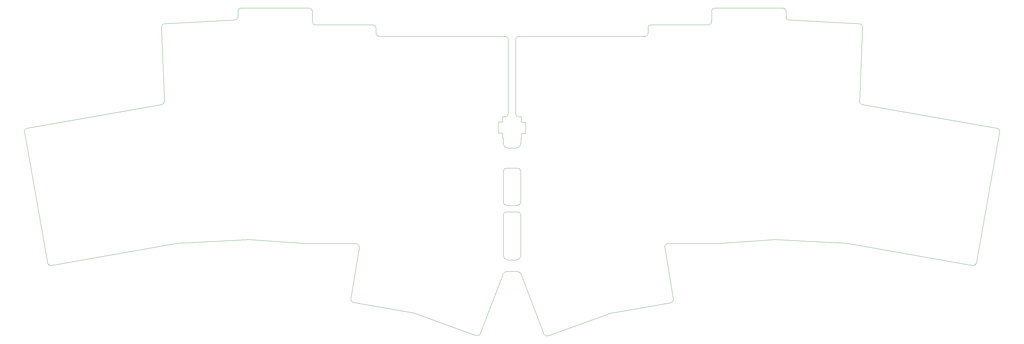
<source format=gm1>
%TF.GenerationSoftware,KiCad,Pcbnew,9.0.7-1.fc43*%
%TF.CreationDate,2026-02-09T10:12:16+11:00*%
%TF.ProjectId,keyboard-split-splay-5x3+2-pinky-cluster,6b657962-6f61-4726-942d-73706c69742d,rev?*%
%TF.SameCoordinates,Original*%
%TF.FileFunction,Profile,NP*%
%FSLAX46Y46*%
G04 Gerber Fmt 4.6, Leading zero omitted, Abs format (unit mm)*
G04 Created by KiCad (PCBNEW 9.0.7-1.fc43) date 2026-02-09 10:12:16*
%MOMM*%
%LPD*%
G01*
G04 APERTURE LIST*
%TA.AperFunction,Profile*%
%ADD10C,0.050000*%
%TD*%
%TA.AperFunction,Profile*%
%ADD11C,0.100000*%
%TD*%
G04 APERTURE END LIST*
D10*
X177277721Y-179821511D02*
X170592919Y-162266212D01*
X170450000Y-123100000D02*
X170450000Y-121750000D01*
X138738544Y-173659797D02*
X120757391Y-170497756D01*
X170450000Y-123100000D02*
G75*
G02*
X168950000Y-124600000I-1500000J0D01*
G01*
X250147441Y-86549865D02*
G75*
G02*
X249199953Y-85551247I52559J998665D01*
G01*
X208200000Y-90400000D02*
X208200000Y-89000000D01*
X126400000Y-88000000D02*
G75*
G02*
X127400000Y-89000000I0J-1000000D01*
G01*
X169325000Y-130549999D02*
G75*
G02*
X170425001Y-131650000I0J-1100001D01*
G01*
X68339035Y-152910796D02*
G75*
G02*
X68461831Y-152896810I174665J-987504D01*
G01*
X119945263Y-169342174D02*
X122385324Y-154484716D01*
X166225000Y-143600000D02*
X169425000Y-143600000D01*
X170425000Y-140600000D02*
X170425001Y-131650000D01*
X213200000Y-154150000D02*
X215726425Y-169414847D01*
X170425001Y-156400000D02*
X170425000Y-144600000D01*
X209200000Y-88000000D02*
X226100000Y-88000000D01*
X311815849Y-118725772D02*
G75*
G02*
X312626334Y-119884250I-174349J-984728D01*
G01*
X227100000Y-87000000D02*
X227100000Y-84000000D01*
X89638972Y-151803152D02*
G75*
G02*
X89760959Y-151804299I51628J-996748D01*
G01*
X63653146Y-88699146D02*
G75*
G02*
X64599175Y-87647413I998554J53146D01*
G01*
X128400000Y-91400000D02*
G75*
G02*
X127400000Y-90400000I0J1000000D01*
G01*
X165700000Y-115300000D02*
X165000000Y-115300000D01*
X108500000Y-84000000D02*
X108500000Y-87000000D01*
X106735250Y-153000000D02*
G75*
G02*
X106664837Y-152997516I50J1000500D01*
G01*
X158397360Y-179746688D02*
G75*
G02*
X157118660Y-180335842I-936560J350488D01*
G01*
X245839041Y-151804303D02*
G75*
G02*
X245961028Y-151803157I70359J-996097D01*
G01*
X196767516Y-173780033D02*
X178556485Y-180410838D01*
X127400000Y-89000000D02*
X127400000Y-90400000D01*
X170600000Y-121750000D02*
X170450000Y-121750000D01*
X138738544Y-173659797D02*
G75*
G02*
X138907484Y-173705033I-173144J-984703D01*
G01*
X166700000Y-124600000D02*
X168950000Y-124600000D01*
X270999819Y-87647359D02*
G75*
G02*
X271945751Y-88700096I-52519J-998541D01*
G01*
X122400000Y-154314021D02*
X122400000Y-154000000D01*
X178556485Y-180410838D02*
G75*
G02*
X177277668Y-179821531I-342185J939638D01*
G01*
X165226251Y-144600000D02*
X165225141Y-156399859D01*
X157118644Y-180335885D02*
X138907484Y-173705033D01*
X87400000Y-83000000D02*
X107500000Y-83000000D01*
X213200000Y-154150000D02*
G75*
G02*
X214200000Y-152988813I1000000J150000D01*
G01*
X169900000Y-91400000D02*
X207200000Y-91400000D01*
X165062640Y-162279604D02*
G75*
G02*
X166469476Y-161300071I1406760J-520396D01*
G01*
X271945794Y-88700098D02*
X271029146Y-110610930D01*
X165000000Y-121750000D02*
X165200000Y-121750000D01*
X169191110Y-161300000D02*
G75*
G02*
X170592911Y-162266215I-10J-1500000D01*
G01*
X64553002Y-110616443D02*
X63653146Y-88699146D01*
X166700000Y-124600000D02*
G75*
G02*
X165200000Y-123100000I0J1500000D01*
G01*
X166725141Y-157900000D02*
G75*
G02*
X165225100Y-156399859I-41J1500000D01*
G01*
X196767516Y-173780033D02*
G75*
G02*
X196936457Y-173734804I341984J-939267D01*
G01*
X208200000Y-90400000D02*
G75*
G02*
X207200000Y-91400000I-1000000J0D01*
G01*
X23784151Y-118725772D02*
X63728737Y-111654243D01*
X121400000Y-153000000D02*
G75*
G02*
X122400000Y-154000000I0J-1000000D01*
G01*
X267138168Y-152896807D02*
X245961028Y-151803152D01*
X304614735Y-159525526D02*
X267260964Y-152910796D01*
X168925001Y-157900000D02*
X166725141Y-157900000D01*
X170600000Y-115300000D02*
X169900000Y-115300000D01*
X169191110Y-161300000D02*
X166469476Y-161300000D01*
X214914790Y-170573252D02*
X196936456Y-173734797D01*
X22973691Y-119884246D02*
G75*
G02*
X23784152Y-118725775I984779J173786D01*
G01*
X86400000Y-84000000D02*
G75*
G02*
X87400000Y-83000000I1000000J0D01*
G01*
X166325000Y-130550000D02*
X169325000Y-130549999D01*
X228935163Y-152997518D02*
G75*
G02*
X228864750Y-152999999I-70363J996418D01*
G01*
X86400000Y-85551248D02*
G75*
G02*
X85452562Y-86549913I-1000100J48D01*
G01*
X122400000Y-154314021D02*
G75*
G02*
X122385322Y-154484716I-1000100J21D01*
G01*
X228100000Y-83000000D02*
X248200000Y-83000000D01*
X128400000Y-91400000D02*
X165700000Y-91400000D01*
X248200000Y-83000000D02*
G75*
G02*
X249200000Y-84000000I0J-1000000D01*
G01*
X64553002Y-110616438D02*
G75*
G02*
X63728733Y-111654219I-998502J-53162D01*
G01*
X120757391Y-170497756D02*
G75*
G02*
X119945309Y-169342182I173209J984856D01*
G01*
X107500000Y-83000000D02*
G75*
G02*
X108500000Y-84000000I0J-1000000D01*
G01*
X109500000Y-88000000D02*
X126400000Y-88000000D01*
X165700000Y-91400000D02*
G75*
G02*
X166700000Y-92400000I0J-1000000D01*
G01*
X249200000Y-84000000D02*
X249200000Y-85551247D01*
X165200000Y-121750000D02*
X165200000Y-123100000D01*
X64599175Y-87647412D02*
X85452559Y-86549865D01*
X68339035Y-152910796D02*
X30985265Y-159525526D01*
X305773889Y-158714631D02*
G75*
G02*
X304614740Y-159525496I-984789J173831D01*
G01*
X227100000Y-87000000D02*
G75*
G02*
X226100000Y-88000000I-1000000J0D01*
G01*
X250147441Y-86549865D02*
X270999819Y-87647359D01*
X109500000Y-88000000D02*
G75*
G02*
X108500000Y-87000000I0J1000000D01*
G01*
X121400000Y-153000000D02*
X106735250Y-153000000D01*
X215726425Y-169414847D02*
G75*
G02*
X214914796Y-170573288I-984825J-173553D01*
G01*
X166700000Y-92400000D02*
X166700000Y-114300000D01*
X165225001Y-131650000D02*
X165225000Y-140600000D01*
X271853357Y-111651075D02*
G75*
G02*
X271029072Y-110612262I174343J984775D01*
G01*
X166225000Y-141600000D02*
X169425000Y-141600000D01*
X166700000Y-114300000D02*
G75*
G02*
X165700000Y-115300000I-1000000J0D01*
G01*
X312626309Y-119884246D02*
X305773889Y-158714631D01*
X86400000Y-85551248D02*
X86400000Y-84000000D01*
X169900000Y-115300000D02*
G75*
G02*
X168900000Y-114300000I0J1000000D01*
G01*
X106664837Y-152997518D02*
X89760959Y-151804303D01*
X168900000Y-114300000D02*
X168900000Y-92400000D01*
X29826111Y-158714631D02*
X22973691Y-119884246D01*
X271853357Y-111651075D02*
X311815849Y-118725772D01*
X165225001Y-131650000D02*
G75*
G02*
X166325000Y-130550001I1099999J0D01*
G01*
X245839041Y-151804303D02*
X228935163Y-152997518D01*
X165062640Y-162279604D02*
X158397360Y-179746688D01*
X30985265Y-159525526D02*
G75*
G02*
X29826160Y-158714622I-174365J984626D01*
G01*
X208200000Y-89000000D02*
G75*
G02*
X209200000Y-88000000I1000000J0D01*
G01*
X168900000Y-92400000D02*
G75*
G02*
X169900000Y-91400000I1000000J0D01*
G01*
X267138168Y-152896807D02*
G75*
G02*
X267260964Y-152910795I-51468J-997793D01*
G01*
X227100000Y-84000000D02*
G75*
G02*
X228100000Y-83000000I1000000J0D01*
G01*
X170425001Y-156400000D02*
G75*
G02*
X168925001Y-157900001I-1500001J0D01*
G01*
X228864750Y-153000000D02*
X214200000Y-152988813D01*
X89638972Y-151803152D02*
X68461831Y-152896807D01*
D11*
%TO.C,REF\u002A\u002A*%
X169425000Y-143600000D02*
G75*
G02*
X170425000Y-144600000I1J-999999D01*
G01*
X170425000Y-140600000D02*
G75*
G02*
X169425000Y-141600000I-1000000J0D01*
G01*
D10*
%TO.C,J1*%
X170600000Y-116900000D02*
X170600000Y-115300000D01*
X170600000Y-120200000D02*
X170600000Y-121750000D01*
X171800000Y-116900000D02*
X170600000Y-116900000D01*
X171800000Y-116900000D02*
X171800000Y-120200000D01*
X171800000Y-120200000D02*
X170600000Y-120200000D01*
%TO.C,J2*%
X163800000Y-116850000D02*
X165000000Y-116850000D01*
X163800000Y-120150000D02*
X163800000Y-116850000D01*
X163800000Y-120150000D02*
X165000000Y-120150000D01*
X165000000Y-116850000D02*
X165000000Y-115300000D01*
X165000000Y-120150000D02*
X165000000Y-121750000D01*
D11*
%TO.C,REF\u002A\u002A*%
X165225000Y-144600000D02*
G75*
G02*
X166225000Y-143600000I1000000J0D01*
G01*
X166225000Y-141600000D02*
G75*
G02*
X165225000Y-140600000I-1J999999D01*
G01*
%TD*%
M02*

</source>
